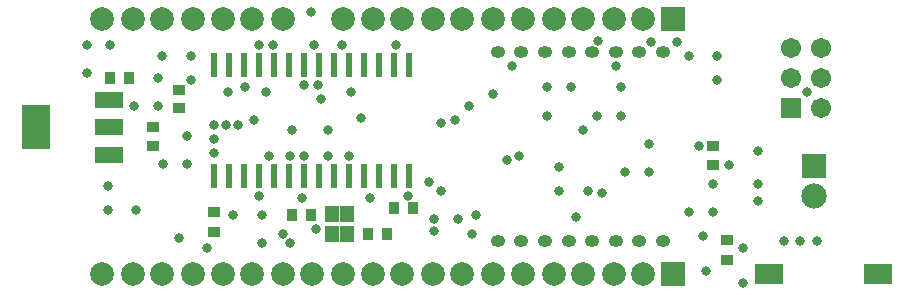
<source format=gts>
G04*
G04 #@! TF.GenerationSoftware,Altium Limited,Altium Designer,19.1.5 (86)*
G04*
G04 Layer_Color=8388736*
%FSLAX44Y44*%
%MOMM*%
G71*
G01*
G75*
%ADD25R,0.6000X2.0000*%
%ADD26R,2.4384X1.4224*%
%ADD27R,2.4032X3.8032*%
%ADD28R,1.0532X0.9032*%
%ADD29R,2.3832X1.8032*%
%ADD30R,0.9400X0.9900*%
%ADD31R,1.2032X1.4032*%
%ADD32R,0.9900X0.9400*%
%ADD33O,1.2032X1.0032*%
%ADD34R,2.0032X2.0032*%
%ADD35C,2.0032*%
%ADD36R,2.1400X2.1400*%
%ADD37C,2.1400*%
%ADD38R,1.7032X1.7032*%
%ADD39C,1.7032*%
%ADD40C,0.8032*%
D25*
X175450Y221000D02*
D03*
X188150D02*
D03*
X200850D02*
D03*
X213550D02*
D03*
X226250D02*
D03*
X238950D02*
D03*
X251650D02*
D03*
X264350D02*
D03*
X277050D02*
D03*
X289750D02*
D03*
X302450D02*
D03*
X315150D02*
D03*
X327850D02*
D03*
X340550D02*
D03*
Y127000D02*
D03*
X327850D02*
D03*
X315150D02*
D03*
X302450D02*
D03*
X289750D02*
D03*
X277050D02*
D03*
X264350D02*
D03*
X251650D02*
D03*
X238950D02*
D03*
X226250D02*
D03*
X213550D02*
D03*
X200850D02*
D03*
X188150D02*
D03*
X175450D02*
D03*
D26*
X86988Y144886D02*
D03*
Y168000D02*
D03*
Y191114D02*
D03*
D27*
X25010Y168000D02*
D03*
D28*
X598000Y152250D02*
D03*
Y135750D02*
D03*
X610000Y72250D02*
D03*
Y55750D02*
D03*
X176000Y96250D02*
D03*
Y79750D02*
D03*
D29*
X738000Y44000D02*
D03*
X646000D02*
D03*
D30*
X344000Y100000D02*
D03*
X328000D02*
D03*
X242000Y94000D02*
D03*
X258000D02*
D03*
X322000Y78000D02*
D03*
X306000D02*
D03*
X104000Y210000D02*
D03*
X88000D02*
D03*
D31*
X288500Y94500D02*
D03*
Y77500D02*
D03*
X275500D02*
D03*
Y94500D02*
D03*
D32*
X124000Y168000D02*
D03*
Y152000D02*
D03*
X146000Y200000D02*
D03*
Y184000D02*
D03*
D33*
X416000Y72000D02*
D03*
X436000D02*
D03*
X456000D02*
D03*
X475930D02*
D03*
X496000D02*
D03*
X516000D02*
D03*
X536000D02*
D03*
X556000D02*
D03*
Y232000D02*
D03*
X536000D02*
D03*
X516000D02*
D03*
X496000D02*
D03*
X476000D02*
D03*
X456000D02*
D03*
X436000D02*
D03*
X416000D02*
D03*
D34*
X564000Y259740D02*
D03*
Y44000D02*
D03*
D35*
X234000Y259740D02*
D03*
X539000D02*
D03*
X208000D02*
D03*
X514000D02*
D03*
X183000D02*
D03*
X488000D02*
D03*
X158000D02*
D03*
X464000D02*
D03*
X132000D02*
D03*
X437000D02*
D03*
X285000D02*
D03*
X310000D02*
D03*
X335000D02*
D03*
X361000D02*
D03*
X386000D02*
D03*
X412000D02*
D03*
X107000D02*
D03*
X81000D02*
D03*
Y44000D02*
D03*
X107000D02*
D03*
X412000D02*
D03*
X386000D02*
D03*
X361000D02*
D03*
X335000D02*
D03*
X310000D02*
D03*
X285000D02*
D03*
X437000D02*
D03*
X132000D02*
D03*
X464000D02*
D03*
X158000D02*
D03*
X488000D02*
D03*
X183000D02*
D03*
X514000D02*
D03*
X208000D02*
D03*
X539000D02*
D03*
X234000D02*
D03*
X259000D02*
D03*
D36*
X684000Y135000D02*
D03*
D37*
Y110000D02*
D03*
D38*
X664600Y184600D02*
D03*
D39*
X690000D02*
D03*
Y210000D02*
D03*
Y235100D02*
D03*
X664600D02*
D03*
Y210000D02*
D03*
D40*
X482000Y92000D02*
D03*
X586000Y152000D02*
D03*
X504000Y112000D02*
D03*
X611875Y135875D02*
D03*
X340000Y110000D02*
D03*
X358000Y122000D02*
D03*
X394000Y78000D02*
D03*
X382000Y90000D02*
D03*
X362000D02*
D03*
X568000Y240000D02*
D03*
X546000D02*
D03*
X330000Y238000D02*
D03*
X284000D02*
D03*
X260000D02*
D03*
X258000Y266000D02*
D03*
X170000Y66000D02*
D03*
X146000Y74000D02*
D03*
X234000Y78000D02*
D03*
X250000Y108000D02*
D03*
X262000Y82000D02*
D03*
X216000Y94000D02*
D03*
X192000D02*
D03*
X222000Y144000D02*
D03*
X290000D02*
D03*
X272000D02*
D03*
X242000Y166000D02*
D03*
X272000D02*
D03*
X300000Y176000D02*
D03*
X266000Y192000D02*
D03*
X188000Y198000D02*
D03*
X220000D02*
D03*
X292000D02*
D03*
X380000Y174000D02*
D03*
X392000Y186000D02*
D03*
X434000Y144000D02*
D03*
X678000Y198000D02*
D03*
X624000Y36000D02*
D03*
Y66000D02*
D03*
X592000Y46000D02*
D03*
X686000Y72000D02*
D03*
X672000D02*
D03*
X658000D02*
D03*
X636000Y106000D02*
D03*
Y120000D02*
D03*
Y148000D02*
D03*
X578000Y96000D02*
D03*
X598000D02*
D03*
Y120000D02*
D03*
X602000Y208000D02*
D03*
Y228000D02*
D03*
X578000D02*
D03*
X500000Y178000D02*
D03*
X520000D02*
D03*
Y202000D02*
D03*
X524000Y130000D02*
D03*
X544000D02*
D03*
Y154000D02*
D03*
X468000Y134000D02*
D03*
Y114000D02*
D03*
X492000D02*
D03*
X478000Y202000D02*
D03*
X458000D02*
D03*
Y178000D02*
D03*
X196150Y170150D02*
D03*
X186150D02*
D03*
X176150D02*
D03*
Y158150D02*
D03*
Y146150D02*
D03*
X88000Y238000D02*
D03*
X68000D02*
D03*
Y214000D02*
D03*
X156000Y208000D02*
D03*
Y228000D02*
D03*
X132000D02*
D03*
X108000Y186000D02*
D03*
X128000D02*
D03*
Y210000D02*
D03*
X132500Y136750D02*
D03*
X152500D02*
D03*
Y160750D02*
D03*
X110000Y98000D02*
D03*
X86000D02*
D03*
Y118000D02*
D03*
X488000Y166000D02*
D03*
X210000Y174000D02*
D03*
X202000Y202000D02*
D03*
X240000Y70000D02*
D03*
X216000D02*
D03*
X590000Y76000D02*
D03*
X501077Y241077D02*
D03*
X214000Y238000D02*
D03*
X424000Y140000D02*
D03*
X226000Y238000D02*
D03*
X516000Y220000D02*
D03*
X398000Y94000D02*
D03*
X362000Y80000D02*
D03*
X308000Y108000D02*
D03*
X368000Y114000D02*
D03*
Y172000D02*
D03*
X428000Y220000D02*
D03*
X412000Y196000D02*
D03*
X240000Y144000D02*
D03*
X252000Y204000D02*
D03*
X214000Y110000D02*
D03*
X252000Y144000D02*
D03*
X264000Y204000D02*
D03*
M02*

</source>
